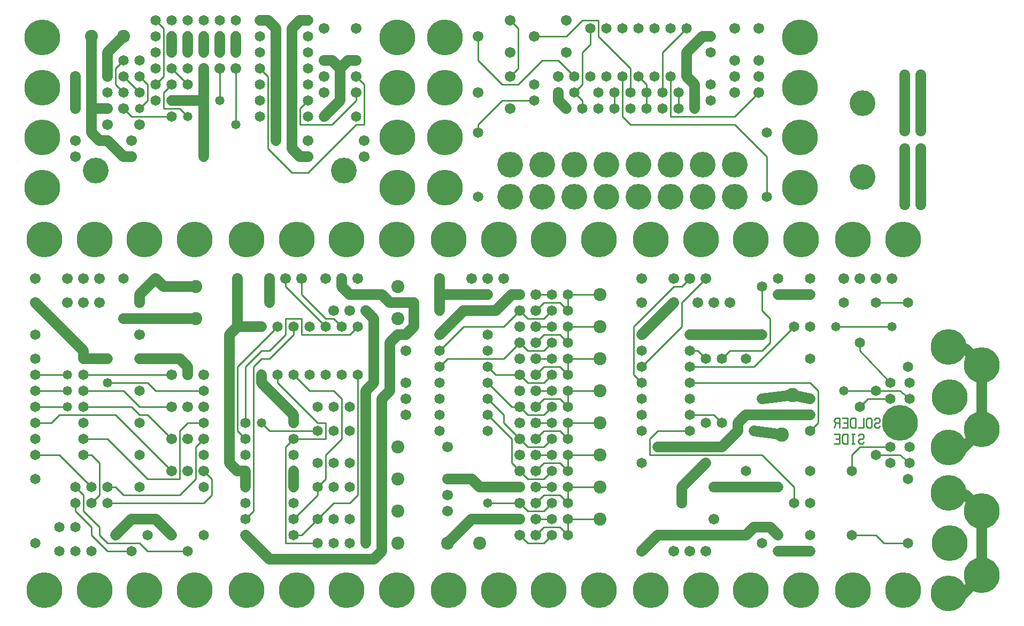
<source format=gbl>
%MOIN*%
%FSLAX25Y25*%
G04 D10 used for Character Trace; *
G04     Circle (OD=.01000) (No hole)*
G04 D11 used for Power Trace; *
G04     Circle (OD=.06700) (No hole)*
G04 D12 used for Signal Trace; *
G04     Circle (OD=.01100) (No hole)*
G04 D13 used for Via; *
G04     Circle (OD=.05800) (Round. Hole ID=.02800)*
G04 D14 used for Component hole; *
G04     Circle (OD=.06500) (Round. Hole ID=.03500)*
G04 D15 used for Component hole; *
G04     Circle (OD=.06700) (Round. Hole ID=.04300)*
G04 D16 used for Component hole; *
G04     Circle (OD=.08100) (Round. Hole ID=.05100)*
G04 D17 used for Component hole; *
G04     Circle (OD=.08900) (Round. Hole ID=.05900)*
G04 D18 used for Component hole; *
G04     Circle (OD=.11300) (Round. Hole ID=.08300)*
G04 D19 used for Component hole; *
G04     Circle (OD=.16000) (Round. Hole ID=.13000)*
G04 D20 used for Component hole; *
G04     Circle (OD=.18300) (Round. Hole ID=.15300)*
G04 D21 used for Component hole; *
G04     Circle (OD=.22291) (Round. Hole ID=.19291)*
%ADD10C,.01000*%
%ADD11C,.06700*%
%ADD12C,.01100*%
%ADD13C,.05800*%
%ADD14C,.06500*%
%ADD15C,.06700*%
%ADD16C,.08100*%
%ADD17C,.08900*%
%ADD18C,.11300*%
%ADD19C,.16000*%
%ADD20C,.18300*%
%ADD21C,.22291*%
%IPPOS*%
%LPD*%
G90*X0Y0D02*D21*X15625Y15625D03*D14*              
X35000Y40000D03*X25000D03*X10000Y45000D03*D21*    
X46875Y15625D03*D14*X45000Y40000D03*D12*          
X55000Y45000D02*X50000Y50000D01*X55000Y45000D02*  
X75000D01*X80000Y40000D01*X105000D01*D14*D03*     
X115000Y50000D03*X95000D03*D11*X85000Y60000D01*   
X70000D01*X60000Y50000D01*D14*D03*X70000Y40000D03*
D12*X55000D01*X45000Y50000D01*Y55000D01*          
X35000Y65000D01*Y70000D01*D14*D03*D12*            
X50000Y55000D02*X40000Y65000D01*X50000Y50000D02*  
Y55000D01*D14*X35000D03*D12*X40000Y65000D02*      
Y75000D01*X35000Y80000D01*D14*D03*X45000Y70000D03*
D12*X50000Y75000D01*Y95000D01*X45000Y100000D01*   
X40000D01*D14*D03*Y110000D03*D12*X55000D01*       
X80000Y85000D01*X100000D01*Y115000D01*            
X105000Y120000D01*X115000D01*D14*D03*D15*         
X105000Y130000D03*Y110000D03*X115000Y130000D03*   
Y110000D03*D12*X110000Y105000D01*Y85000D01*       
X100000Y75000D01*X65000D01*X60000Y80000D01*       
X55000D01*D14*D03*X45000D03*D12*X25000Y100000D01* 
X10000D01*D14*D03*Y110000D03*Y85000D03*D12*       
Y120000D02*X20000D01*D14*X10000D03*D12*X20000D02* 
X25000Y125000D01*X60000D01*X95000Y90000D01*D15*   
D03*X105000D03*D12*X55000Y70000D02*X115000D01*D14*
X55000D03*X75000Y80000D03*X80000Y50000D03*        
X75000Y100000D03*X25000Y55000D03*D15*             
X95000Y110000D03*D12*X80000Y125000D01*X75000D01*  
X70000Y130000D01*X40000D01*D14*D03*D13*           
X30000Y140000D03*D12*X10000D01*D14*D03*Y150000D03*
D12*X30000D01*D13*D03*D14*X40000Y140000D03*D12*   
X65000D01*X75000Y130000D01*X95000D01*D15*D03*D12* 
X85000Y140000D02*X115000D01*D14*D03*D15*          
X105000Y150000D03*D11*Y155000D01*                 
X100000Y160000D01*X75000D01*D14*D03*D15*          
Y175000D03*D12*X85000Y140000D02*X80000Y145000D01* 
X55000D01*D13*D03*D14*X40000Y160000D03*D11*       
X55000D01*D14*D03*D11*X40000D02*Y165000D01*       
X30000Y175000D01*D14*D03*D11*X10000Y195000D01*D15*
D03*Y210000D03*X30000Y195000D03*D14*              
X10000Y175000D03*D15*X30000Y210000D03*            
X40000Y195000D03*Y210000D03*D14*X10000Y160000D03* 
D21*X46875Y234375D03*X15625D03*D15*               
X50000Y195000D03*Y210000D03*D14*X40000Y150000D03* 
D12*X95000D01*D15*D03*X115000D03*D14*             
X75000Y140000D03*Y120000D03*D16*X110000Y185000D03*
D11*X65000D01*D15*D03*X75000Y195000D03*D11*       
Y200000D01*X85000Y210000D01*D14*D03*D11*          
X90000Y205000D01*X110000D01*D16*D03*D21*          
X78125Y234375D03*X109375D03*D14*X65000Y210000D03* 
D13*X30000Y130000D03*D12*X10000D01*D14*D03*       
X40000Y120000D03*D12*X115000Y70000D02*            
X120000Y75000D01*Y85000D01*X115000Y90000D01*D15*  
D03*D14*Y100000D03*Y80000D03*D21*X78125Y15625D03* 
X109375D03*G90*X1000Y0D02*D11*X136000Y90000D02*   
X131000Y95000D01*X136000Y90000D02*X141000D01*D14* 
D03*D11*Y80000D01*D14*D03*Y70000D03*D12*Y60000D02*
X146000Y65000D01*D14*X141000Y60000D03*D12*        
X146000Y65000D02*Y155000D01*X151000Y160000D01*    
X156000D01*X171000Y175000D01*Y180000D01*D14*D03*  
D12*X176000Y175000D02*X206000D01*                 
X211000Y180000D01*D14*D03*D15*X216000Y190000D03*  
D11*X221000Y185000D01*Y145000D01*                 
X216000Y140000D01*Y130000D01*D14*D03*D11*         
Y115000D01*D14*D03*D11*Y95000D01*D14*D03*D11*     
Y80000D01*D14*D03*D11*Y60000D01*D14*D03*D11*      
Y45000D01*D14*D03*D11*X221000Y35000D02*           
X226000Y40000D01*X156000Y35000D02*X221000D01*     
X156000D02*X141000Y50000D01*D14*D03*D12*          
X166000Y45000D02*X186000D01*D14*D03*D12*          
X171000Y50000D02*X176000D01*D14*X171000D03*D12*   
X166000Y45000D02*Y105000D01*X171000Y110000D01*D14*
D03*D12*X191000D01*Y120000D01*X186000D01*         
X161000Y145000D01*Y150000D01*D14*D03*X171000D03*  
D12*X181000Y140000D01*X196000D01*                 
X201000Y135000D01*Y110000D01*X191000Y100000D01*   
Y85000D01*X186000Y80000D01*D14*D03*D12*Y75000D01* 
X171000Y60000D01*D14*D03*Y70000D03*D12*           
X176000Y50000D02*X186000Y60000D01*D14*D03*D12*    
X196000Y70000D01*X206000D01*X211000Y75000D01*     
Y150000D01*D14*D03*X201000D03*D11*                
X226000Y40000D02*Y135000D01*D16*X236000Y45000D03* 
D14*X206000Y60000D03*Y45000D03*D21*               
X204125Y15625D03*D16*X236000Y65000D03*D21*        
X235375Y15625D03*D14*X196000Y60000D03*Y45000D03*  
X206000Y80000D03*X196000D03*D16*X236000Y85000D03* 
D14*X171000Y90000D03*D11*Y80000D01*D14*D03*       
X186000Y95000D03*X171000Y100000D03*               
X196000Y95000D03*X141000Y110000D03*D12*           
X136000Y115000D01*Y155000D01*X161000Y180000D01*   
D14*D03*D12*X156000Y165000D02*X166000Y175000D01*  
X151000Y165000D02*X156000D01*X141000Y155000D02*   
X151000Y165000D01*X141000Y120000D02*Y155000D01*   
D14*Y120000D03*D13*X151000D03*D12*                
X156000Y115000D01*X186000D01*D14*D03*X196000D03*  
Y130000D03*D11*X171000Y120000D02*Y125000D01*D14*  
Y120000D03*D11*Y125000D02*X151000Y145000D01*      
Y150000D01*D14*D03*D12*X176000Y175000D02*         
Y185000D01*X166000D01*Y175000D01*D14*             
X151000Y180000D03*D11*X136000D01*                 
X131000Y175000D01*Y95000D01*D14*X141000Y100000D03*
X181000Y150000D03*X186000Y130000D03*              
X191000Y150000D03*X206000Y95000D03*Y115000D03*    
Y130000D03*D21*X141625Y15625D03*X172875D03*D14*   
X201000Y180000D03*D12*X196000Y185000D01*          
X191000D01*X176000Y200000D01*Y210000D01*D15*D03*  
X166000D03*D12*Y205000D01*X191000Y180000D01*D14*  
D03*D15*X196000Y190000D03*D14*X181000Y180000D03*  
D15*X206000Y190000D03*D11*Y200000D02*X226000D01*  
X231000Y195000D01*X246000D01*Y180000D01*          
X241000Y175000D01*X236000D01*X231000Y170000D01*   
Y140000D01*X226000Y135000D01*D15*                 
X241000Y125000D03*Y135000D03*Y145000D03*          
Y165000D03*D16*X236000Y105000D03*Y185000D03*D11*  
X206000Y200000D02*X201000Y205000D01*Y210000D01*   
D15*D03*X211000D03*X191000D03*D21*                
X204125Y234375D03*X172875D03*D16*                 
X236000Y205000D03*D21*X235375Y234375D03*D15*      
X156000Y210000D03*D11*Y195000D01*D14*D03*D15*     
X136000Y210000D03*D11*Y195000D01*D14*D03*D11*     
Y180000D01*D21*X141625Y234375D03*G90*X2000Y0D02*  
D14*X262000Y115000D03*Y125000D03*Y135000D03*      
Y145000D03*Y155000D03*D12*X267000Y160000D01*      
X302000D01*X312000Y170000D01*D15*D03*D12*         
X317000Y165000D01*X327000D01*X332000Y170000D01*   
D14*D03*D12*X342000D02*X337000Y175000D01*D14*     
X342000Y170000D03*D12*Y180000D01*D14*D03*D12*     
X362000D01*D16*D03*D14*X342000Y200000D03*D12*     
Y190000D01*D14*D03*D12*X337000Y195000D01*         
X327000D01*X322000Y190000D01*D15*D03*D12*         
X317000Y185000D02*X327000D01*X317000D02*          
X312000Y190000D01*D15*D03*D12*X302000Y180000D01*  
X277000D01*X262000Y165000D01*D14*D03*Y175000D03*  
D11*X277000Y190000D01*X282000D01*D14*D03*D11*     
X297000D01*X307000Y200000D01*X312000D01*D15*D03*  
X302000Y210000D03*X322000Y200000D03*D12*          
X332000D01*D14*D03*D12*X342000D02*X362000D01*D16* 
D03*D12*X327000Y175000D02*X337000D01*             
X322000Y170000D02*X327000Y175000D01*D15*          
X322000Y170000D03*D14*X332000Y160000D03*D12*      
X322000D01*D15*D03*D12*Y150000D02*                
X327000Y155000D01*D15*X322000Y150000D03*D12*      
X317000Y145000D02*X327000D01*X317000D02*          
X312000Y150000D01*D15*D03*D12*X297000D01*         
X292000Y155000D01*D14*D03*Y165000D03*Y145000D03*  
D12*X307000Y130000D01*X312000D01*D15*D03*D12*     
X317000Y125000D01*X327000D01*X332000Y130000D01*   
D14*D03*D12*X342000D02*X337000Y135000D01*D14*     
X342000Y130000D03*D12*Y140000D01*D14*D03*D12*     
X362000D01*D16*D03*D14*X342000Y160000D03*D12*     
Y150000D01*D14*D03*D12*X337000Y155000D01*         
X327000D01*D14*X332000Y150000D03*D12*             
X327000Y145000D01*D14*X332000Y140000D03*D12*      
X322000D01*D15*D03*D12*Y130000D02*                
X327000Y135000D01*D15*X322000Y130000D03*D12*      
X327000Y135000D02*X337000D01*D15*                 
X322000Y120000D03*D12*X332000D01*D14*D03*D12*     
X342000Y110000D02*X337000Y115000D01*D14*          
X342000Y110000D03*D12*Y120000D01*D14*D03*D12*     
X362000D01*D16*D03*D14*X342000Y100000D03*D12*     
Y90000D01*D14*D03*D12*X337000Y95000D01*X327000D01*
X322000Y90000D01*D15*D03*D12*X317000Y85000D02*    
X327000D01*X317000D02*X312000Y90000D01*D15*D03*   
D12*X307000Y95000D01*Y110000D01*X292000Y125000D01*
D14*D03*D12*X312000Y110000D02*X302000Y120000D01*  
D15*X312000Y110000D03*D12*X317000Y105000D01*      
X327000D01*X332000Y110000D01*D14*D03*D12*         
X327000Y115000D02*X337000D01*X322000Y110000D02*   
X327000Y115000D01*D15*X322000Y110000D03*D14*      
X332000Y100000D03*D12*X322000D01*D15*D03*D14*     
X332000Y90000D03*D12*X327000Y85000D01*D14*        
X332000Y80000D03*D12*X322000D01*D15*D03*D12*      
Y70000D02*X327000Y75000D01*D15*X322000Y70000D03*  
D12*X317000Y65000D02*X327000D01*X317000D02*       
X312000Y70000D01*D15*D03*D12*X292000D01*D13*D03*  
D11*X267000Y45000D02*X282000Y60000D01*D16*        
X267000Y45000D03*D11*X282000Y60000D02*X312000D01* 
D15*D03*X322000Y50000D03*D12*X327000Y55000D01*    
X337000D01*X342000Y50000D01*D14*D03*D12*Y60000D01*
D14*D03*D12*X362000D01*D16*D03*D14*               
X342000Y80000D03*D12*Y70000D01*D14*D03*D12*       
X337000Y75000D01*X327000D01*D14*X332000Y70000D03* 
D12*X327000Y65000D01*D14*X332000Y60000D03*D12*    
X322000D01*D15*D03*D14*X332000Y50000D03*D12*      
X327000Y45000D01*X317000D01*X312000Y50000D01*D15* 
D03*D16*X287000Y45000D03*D12*X342000Y80000D02*    
X362000D01*D16*D03*D12*X342000Y100000D02*         
X362000D01*D16*D03*D15*X312000Y140000D03*         
Y120000D03*Y100000D03*Y80000D03*D11*X287000D01*   
X282000Y85000D01*X267000D01*D15*D03*Y75000D03*    
Y105000D03*Y65000D03*D14*X292000Y115000D03*D12*   
X302000Y120000D02*Y125000D01*X292000Y135000D01*   
D14*D03*D15*X312000Y160000D03*D14*                
X292000Y175000D03*X332000Y180000D03*D12*          
X322000D01*D15*D03*D12*X327000Y185000D02*         
X332000Y190000D01*D14*D03*D15*X312000Y180000D03*  
D16*X362000Y160000D03*D12*X342000D01*D15*         
X292000Y210000D03*D13*Y200000D03*D11*X262000D01*  
Y190000D01*D14*D03*D11*Y200000D02*Y210000D01*D15* 
D03*X282000D03*D21*X267625Y234375D03*X298875D03*  
X330125D03*X361375D03*X267625Y15625D03*X298875D03*
X330125D03*X361375D03*G90*X3000Y0D02*D12*         
X388000Y145000D02*X383000Y150000D01*D14*          
X388000Y145000D03*D12*X383000Y150000D02*          
Y180000D01*X408000Y205000D01*X413000D01*          
X418000Y210000D01*D15*D03*X428000D03*D12*         
X413000Y195000D01*Y180000D01*X388000Y155000D01*   
D14*D03*Y165000D03*Y175000D03*D11*                
X408000Y195000D01*D15*D03*X423000D03*             
X408000Y210000D03*X388000D03*Y195000D03*D14*      
X418000Y175000D03*D11*X463000D01*D13*D03*D12*     
Y165000D02*X468000Y170000D01*X443000Y165000D02*   
X463000D01*X438000Y160000D02*X443000Y165000D01*   
D14*X438000Y160000D03*X428000D03*D12*             
X423000Y165000D01*X418000D01*D14*D03*Y155000D03*  
D12*X458000D01*X483000Y180000D01*D14*D03*         
X493000D03*D12*X468000Y170000D02*Y185000D01*      
X463000Y190000D01*Y205000D01*D14*D03*             
X473000Y200000D03*D11*X493000D01*D14*D03*         
Y210000D03*X473000D03*D21*X456125Y234375D03*      
X487375D03*D14*X453000Y160000D03*X493000D03*D15*  
X443000Y195000D03*D12*X498000Y140000D02*          
X493000Y145000D01*X498000Y120000D02*Y140000D01*   
X493000Y115000D02*X498000Y120000D01*D14*          
X493000Y115000D03*Y125000D03*D11*X453000D01*      
X448000Y120000D01*Y115000D01*X438000Y105000D01*   
X398000D01*D13*D03*D12*X393000Y100000D02*         
Y110000D01*Y100000D02*X463000D01*X483000Y80000D01*
Y70000D01*D14*D03*D13*X473000Y80000D03*D11*       
X433000D01*D15*D03*D14*X428000Y95000D03*D11*      
X413000Y80000D01*Y70000D01*D15*D03*D11*           
X388000Y40000D02*X398000Y50000D01*D15*            
X388000Y40000D03*D11*X398000Y50000D02*X453000D01* 
X458000Y55000D01*X468000D01*X473000Y50000D01*D14* 
D03*Y40000D03*D11*X493000D01*D14*D03*Y50000D03*   
D21*X487375Y15625D03*D14*X463000Y45000D03*        
X493000Y70000D03*D21*X456125Y15625D03*D14*        
X493000Y90000D03*X453000D03*D15*X433000Y60000D03* 
X428000Y40000D03*D21*X424875Y15625D03*D14*        
X418000Y115000D03*D12*X398000D01*                 
X393000Y110000D01*D14*X388000Y115000D03*Y95000D03*
Y125000D03*X418000Y135000D03*X388000D03*          
X418000Y125000D03*D12*X433000D01*                 
X438000Y120000D01*D14*D03*X428000D03*D13*         
X458000Y115000D03*D11*X475300Y112600D01*D17*D03*  
D14*X493000Y135000D03*D11*X482000Y137400D01*D17*  
D03*D11*X463000Y135000D01*D13*D03*D12*            
X418000Y145000D02*X493000D01*D14*X418000D03*D15*  
X433000Y195000D03*D21*X424875Y234375D03*          
X393625D03*D15*X408000Y40000D03*X418000D03*D21*   
X393625Y15625D03*G90*X0Y1000D02*X235625Y266625D03*
X14375D03*D19*X202200Y277200D03*D12*              
X170000Y276000D02*X180000D01*X155000Y291000D02*   
X170000Y276000D01*X155000Y336000D02*Y291000D01*   
X150000Y341000D02*X155000Y336000D01*D14*          
X150000Y341000D03*Y351000D03*Y331000D03*          
X135000Y351000D03*D11*Y361000D01*D14*D03*         
X125000Y371000D03*Y351000D03*D11*Y361000D01*D14*  
D03*X135000Y371000D03*X115000D03*Y351000D03*D11*  
Y361000D01*D14*D03*X105000Y371000D03*Y351000D03*  
D11*Y361000D01*D14*D03*X95000Y371000D03*          
Y351000D03*D11*Y361000D01*D14*D03*D12*            
X85000Y371000D02*X90000Y366000D01*D14*            
X85000Y371000D03*D12*X90000Y366000D02*Y336000D01* 
X85000Y331000D01*D14*D03*D12*X90000Y326000D02*    
Y316000D01*X100000D01*X105000Y311000D01*D13*D03*  
D11*X95000Y321000D02*X115000D01*D14*X95000D03*D12*
X90000Y326000D02*X95000Y331000D01*D14*D03*        
X105000Y341000D03*X85000D03*Y321000D03*           
X105000Y331000D03*D12*X95000Y341000D01*D14*D03*   
X85000Y351000D03*D12*X75000Y336000D02*            
X80000Y331000D01*D14*X75000Y336000D03*D12*        
X80000Y331000D02*Y321000D01*X75000Y316000D01*D13* 
D03*D12*X65000D02*X70000Y311000D01*D15*           
X65000Y316000D03*D12*X70000Y311000D02*X95000D01*  
D14*D03*X75000Y326000D03*D12*X65000Y336000D01*D14*
D03*D12*X60000Y341000D02*Y331000D01*              
X65000Y326000D01*D14*D03*D15*X55000Y336000D03*D11*
Y346000D01*D14*D03*D11*Y351000D01*                
X65000Y361000D01*D16*D03*D14*Y346000D03*D12*      
X60000Y341000D01*D15*X45000Y326000D03*D11*        
Y346000D01*D14*D03*D11*Y361000D01*D16*D03*D15*    
X35000Y336000D03*D11*Y316000D01*D15*D03*D11*      
X45000Y326000D02*Y316000D01*Y301000D01*           
X50000Y296000D01*X55000D01*X65000Y286000D01*      
X70000D01*D15*D03*Y296000D03*X75000Y306000D03*D19*
X47800Y277200D03*D15*X55000Y306000D03*Y316000D03* 
D11*X45000D01*D14*X55000Y326000D03*D15*           
X35000Y296000D03*D14*X75000Y346000D03*D21*        
X14375Y329125D03*D15*X35000Y286000D03*D21*        
X14375Y297875D03*D14*X85000Y361000D03*D21*        
X14375Y360375D03*D13*X115000Y286000D03*D11*       
Y321000D01*Y341000D01*D15*D03*X125000D03*D12*     
Y321000D01*D13*D03*X135000Y306000D03*D12*         
Y341000D01*D15*D03*D14*X150000Y361000D03*         
Y321000D03*D11*X155000Y371000D02*                 
X160000Y366000D01*X150000Y371000D02*X155000D01*   
D14*X150000D03*D11*X160000Y366000D02*Y296000D01*  
D13*D03*D11*X170000Y366000D02*Y291000D01*         
Y366000D02*X175000Y371000D01*X180000D01*D14*D03*  
D15*X190000Y366000D03*D14*X180000Y361000D03*      
Y351000D03*D11*X200000Y341000D02*                 
X205000Y346000D01*X195000D02*X200000Y341000D01*   
X190000Y346000D02*X195000D01*D15*X190000D03*D11*  
X200000Y341000D02*Y321000D01*X190000Y311000D01*   
D14*D03*D12*X175000Y306000D02*X195000D01*         
X175000Y316000D02*Y306000D01*Y316000D02*          
X180000Y321000D01*D14*D03*Y331000D03*Y311000D03*  
D15*X190000Y326000D03*D12*X195000Y306000D02*      
X210000Y321000D01*Y326000D01*D15*D03*D12*         
Y336000D02*X215000Y331000D01*D15*                 
X210000Y336000D03*D12*X215000Y331000D02*          
Y306000D01*X210000D01*X180000Y276000D01*D15*      
Y286000D03*D11*X175000D01*X170000Y291000D01*D15*  
X180000Y296000D03*D14*X150000Y311000D03*          
X210000D03*D15*X190000Y336000D03*                 
X215000Y286000D03*Y296000D03*D14*                 
X180000Y341000D03*D15*X210000Y346000D03*D11*      
X205000D01*D15*X210000Y366000D03*D21*             
X235625Y329125D03*Y360375D03*Y297875D03*G90*      
X1000Y1000D02*X265375Y266625D03*D14*              
X286000Y261000D03*D21*X265375Y297875D03*D14*      
X286000Y301000D03*D12*Y306000D01*                 
X301000Y321000D01*X321000D01*D14*D03*D12*         
X301000Y331000D02*X311000D01*X286000Y346000D02*   
X301000Y331000D01*X286000Y361000D02*Y346000D01*   
D15*Y361000D03*X306000Y351000D03*D21*             
X265375Y360375D03*D15*X306000Y371000D03*D12*      
X311000Y366000D01*Y341000D01*X306000Y336000D01*   
D15*D03*D12*X311000Y331000D02*X326000Y346000D01*  
X336000D01*X346000Y336000D01*D14*D03*D12*         
Y326000D02*X351000Y331000D01*D14*                 
X346000Y326000D03*D12*X351000Y321000D01*          
Y316000D01*D14*D03*X361000Y326000D03*Y316000D03*  
X341000D03*D11*X336000Y321000D01*Y326000D01*D15*  
D03*Y336000D03*D14*X321000Y331000D03*D12*         
X351000Y351000D02*Y331000D01*Y351000D02*          
X356000Y356000D01*Y366000D01*D14*D03*D12*         
X361000Y371000D02*Y361000D01*X351000Y371000D02*   
X361000D01*X341000Y361000D02*X351000Y371000D01*   
X321000Y361000D02*X341000D01*D15*X321000D03*      
X341000Y351000D03*Y371000D03*X286000Y326000D03*   
D14*X356000Y336000D03*D12*X361000Y361000D02*      
X381000Y341000D01*Y326000D01*D14*D03*             
X391000Y316000D03*D12*Y326000D01*D14*D03*D12*     
Y331000D01*X386000Y336000D01*D14*D03*X396000D03*  
X376000D03*D12*Y311000D01*X381000Y306000D01*      
X446000D01*X466000Y286000D01*Y261000D01*D14*D03*  
D19*X446000Y281000D03*Y261000D03*D21*             
X486625Y266625D03*Y297875D03*D19*                 
X426000Y281000D03*D14*X466000Y301000D03*D19*      
X426000Y261000D03*D12*X406000Y311000D02*          
X446000D01*X406000Y336000D02*Y311000D01*D14*      
Y336000D03*X401000Y326000D03*D12*Y351000D01*      
X416000Y366000D01*D14*D03*D11*Y351000D02*         
X426000Y361000D01*X416000Y351000D02*Y336000D01*   
D14*D03*D11*X421000Y331000D01*Y316000D01*D13*D03* 
D14*X411000Y326000D03*D12*Y316000D01*D14*D03*     
X401000D03*X431000Y321000D03*Y331000D03*          
X381000Y316000D03*D19*X386000Y281000D03*D14*      
X431000Y351000D03*D12*X446000Y311000D02*          
X461000Y326000D01*D15*D03*Y336000D03*X446000D03*  
Y326000D03*X461000Y346000D03*X446000D03*D21*      
X486625Y329125D03*D11*X426000Y361000D02*          
X431000D01*D14*D03*D15*X446000Y366000D03*D14*     
X406000D03*D15*X461000D03*D14*X396000D03*         
X386000D03*X376000D03*D21*X486625Y360375D03*D14*  
X371000Y326000D03*D12*Y316000D01*D14*D03*         
X366000Y336000D03*D19*X406000Y281000D03*          
X346000D03*X366000D03*X326000D03*D14*             
X366000Y366000D03*D19*X326000Y261000D03*          
X346000D03*X366000D03*X386000D03*X406000D03*D15*  
X306000Y316000D03*D19*Y281000D03*Y261000D03*D21*  
X265375Y329125D03*G90*X4000Y0D02*D10*             
X523163Y111914D02*X524000Y112871D01*X525674D01*   
X526511Y111914D01*Y110957D01*X525674Y110000D01*   
X524000D01*X523163Y109043D01*Y108086D01*          
X524000Y107129D01*X525674D01*X526511Y108086D01*   
X519837Y107129D02*Y112871D01*X520674Y107129D02*   
X519000D01*X520674Y112871D02*X519000D01*          
X516511Y107129D02*Y112871D01*X514000D01*          
X513163Y111914D01*Y108086D01*X514000Y107129D01*   
X516511D01*X508163D02*X511511D01*Y112871D01*      
X508163D01*X511511Y110000D02*X509000D01*          
X533163Y121914D02*X534000Y122871D01*X535674D01*   
X536511Y121914D01*Y120957D01*X535674Y120000D01*   
X534000D01*X533163Y119043D01*Y118086D01*          
X534000Y117129D01*X535674D01*X536511Y118086D01*   
X528163D02*X529000Y117129D01*X530674D01*          
X531511Y118086D01*Y121914D01*X530674Y122871D01*   
X529000D01*X528163Y121914D01*Y118086D01*          
X526511Y122871D02*Y117129D01*X523163D01*          
X521511D02*Y122871D01*X519000D01*                 
X518163Y121914D01*Y118086D01*X519000Y117129D01*   
X521511D01*X513163D02*X516511D01*Y122871D01*      
X513163D01*X516511Y120000D02*X514000D01*          
X511511Y117129D02*Y122871D01*X509000D01*          
X508163Y121914D01*Y120957D01*X509000Y120000D01*   
X511511D01*X509000D02*X508163Y117129D01*D13*      
X509000Y180000D03*D12*X544000D01*D13*D03*D14*     
X554000Y195000D03*D12*X534000D01*D14*D03*D15*     
X544000Y210000D03*X534000D03*X524000D03*          
X514000D03*D14*Y195000D03*X524000Y170000D03*D12*  
Y165000D01*X543000Y145000D01*D14*D03*D12*         
X555000Y135000D02*X549000Y140000D01*D14*          
X555000Y135000D03*D12*X534000Y140000D02*          
X549000D01*D14*X534000D03*D12*X514000D01*D13*D03* 
D14*X524000Y130000D03*D12*X529000Y135000D01*      
X543000D01*D14*D03*X555000Y145000D03*D21*         
X549000Y120000D03*D14*X554000Y155000D03*D12*      
X519000Y100000D02*X524000Y105000D01*              
X519000Y90000D02*Y100000D01*D14*Y90000D03*D12*    
X524000Y105000D02*X543000D01*D14*D03*D12*         
X555000Y95000D02*X549000Y100000D01*D14*           
X555000Y95000D03*D12*X534000Y100000D02*X549000D01*
D14*X534000D03*X543000Y95000D03*X554000Y85000D03* 
X555000Y105000D03*X519000Y50000D03*D12*X534000D01*
X539000Y45000D01*X554000D01*D14*D03*D21*          
X550875Y15625D03*X519625D03*X550875Y234375D03*    
X519625D03*G90*X2000Y1000D02*D19*                 
X525800Y273200D03*D15*X552000Y256000D03*D11*      
Y291000D01*D15*D03*X562000D03*D11*Y256000D01*D15* 
D03*G90*X2000Y2000D02*D19*X525800Y319200D03*D15*  
X552000Y302000D03*D11*Y337000D01*D15*D03*         
X562000D03*D11*Y302000D01*D15*D03*G90*X0Y0D02*D21*
X579375Y13750D03*D11*X585000Y10000D01*            
X600000Y25000D01*D21*D03*D11*Y65000D01*D21*D03*   
D11*X590000Y75000D01*X579375Y76250D01*D21*D03*    
X580000Y45000D03*G90*X0Y1000D02*X579375Y104750D03*
D11*X585000Y101000D01*X600000Y116000D01*D21*D03*  
D11*Y156000D01*D21*D03*D11*X590000Y166000D01*     
X579375Y167250D01*D21*D03*X580000Y136000D03*M02*  

</source>
